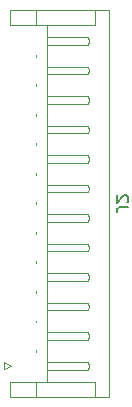
<source format=gbr>
G04 #@! TF.GenerationSoftware,KiCad,Pcbnew,5.1.4-3.fc30*
G04 #@! TF.CreationDate,2019-11-27T18:44:14-08:00*
G04 #@! TF.ProjectId,DASH,44415348-2e6b-4696-9361-645f70636258,rev?*
G04 #@! TF.SameCoordinates,Original*
G04 #@! TF.FileFunction,Legend,Bot*
G04 #@! TF.FilePolarity,Positive*
%FSLAX46Y46*%
G04 Gerber Fmt 4.6, Leading zero omitted, Abs format (unit mm)*
G04 Created by KiCad (PCBNEW 5.1.4-3.fc30) date 2019-11-27 18:44:14*
%MOMM*%
%LPD*%
G04 APERTURE LIST*
%ADD10C,0.120000*%
%ADD11C,0.150000*%
G04 APERTURE END LIST*
D10*
X163785000Y-101280000D02*
X161585000Y-101280000D01*
X161585000Y-101280000D02*
X161585000Y-102500000D01*
X161585000Y-102500000D02*
X170005000Y-102500000D01*
X170005000Y-102500000D02*
X170005000Y-69780000D01*
X170005000Y-69780000D02*
X161585000Y-69780000D01*
X161585000Y-69780000D02*
X161585000Y-71000000D01*
X161585000Y-71000000D02*
X163785000Y-71000000D01*
X168785000Y-102500000D02*
X168785000Y-101280000D01*
X168785000Y-101280000D02*
X163785000Y-101280000D01*
X163785000Y-101280000D02*
X163785000Y-102500000D01*
X168785000Y-69780000D02*
X168785000Y-71000000D01*
X168785000Y-71000000D02*
X163785000Y-71000000D01*
X163785000Y-71000000D02*
X163785000Y-69780000D01*
X164785000Y-101280000D02*
X164785000Y-71000000D01*
X164785000Y-99890000D02*
X164785000Y-100210000D01*
X164785000Y-100210000D02*
X168205000Y-100210000D01*
X168205000Y-100210000D02*
X168285000Y-99890000D01*
X168285000Y-99890000D02*
X168205000Y-99570000D01*
X168205000Y-99570000D02*
X164785000Y-99570000D01*
X164785000Y-99570000D02*
X164785000Y-99890000D01*
X163785000Y-98720000D02*
X163785000Y-98560000D01*
X164785000Y-97390000D02*
X164785000Y-97710000D01*
X164785000Y-97710000D02*
X168205000Y-97710000D01*
X168205000Y-97710000D02*
X168285000Y-97390000D01*
X168285000Y-97390000D02*
X168205000Y-97070000D01*
X168205000Y-97070000D02*
X164785000Y-97070000D01*
X164785000Y-97070000D02*
X164785000Y-97390000D01*
X163785000Y-96220000D02*
X163785000Y-96060000D01*
X164785000Y-94890000D02*
X164785000Y-95210000D01*
X164785000Y-95210000D02*
X168205000Y-95210000D01*
X168205000Y-95210000D02*
X168285000Y-94890000D01*
X168285000Y-94890000D02*
X168205000Y-94570000D01*
X168205000Y-94570000D02*
X164785000Y-94570000D01*
X164785000Y-94570000D02*
X164785000Y-94890000D01*
X163785000Y-93720000D02*
X163785000Y-93560000D01*
X164785000Y-92390000D02*
X164785000Y-92710000D01*
X164785000Y-92710000D02*
X168205000Y-92710000D01*
X168205000Y-92710000D02*
X168285000Y-92390000D01*
X168285000Y-92390000D02*
X168205000Y-92070000D01*
X168205000Y-92070000D02*
X164785000Y-92070000D01*
X164785000Y-92070000D02*
X164785000Y-92390000D01*
X163785000Y-91220000D02*
X163785000Y-91060000D01*
X164785000Y-89890000D02*
X164785000Y-90210000D01*
X164785000Y-90210000D02*
X168205000Y-90210000D01*
X168205000Y-90210000D02*
X168285000Y-89890000D01*
X168285000Y-89890000D02*
X168205000Y-89570000D01*
X168205000Y-89570000D02*
X164785000Y-89570000D01*
X164785000Y-89570000D02*
X164785000Y-89890000D01*
X163785000Y-88720000D02*
X163785000Y-88560000D01*
X164785000Y-87390000D02*
X164785000Y-87710000D01*
X164785000Y-87710000D02*
X168205000Y-87710000D01*
X168205000Y-87710000D02*
X168285000Y-87390000D01*
X168285000Y-87390000D02*
X168205000Y-87070000D01*
X168205000Y-87070000D02*
X164785000Y-87070000D01*
X164785000Y-87070000D02*
X164785000Y-87390000D01*
X163785000Y-86220000D02*
X163785000Y-86060000D01*
X164785000Y-84890000D02*
X164785000Y-85210000D01*
X164785000Y-85210000D02*
X168205000Y-85210000D01*
X168205000Y-85210000D02*
X168285000Y-84890000D01*
X168285000Y-84890000D02*
X168205000Y-84570000D01*
X168205000Y-84570000D02*
X164785000Y-84570000D01*
X164785000Y-84570000D02*
X164785000Y-84890000D01*
X163785000Y-83720000D02*
X163785000Y-83560000D01*
X164785000Y-82390000D02*
X164785000Y-82710000D01*
X164785000Y-82710000D02*
X168205000Y-82710000D01*
X168205000Y-82710000D02*
X168285000Y-82390000D01*
X168285000Y-82390000D02*
X168205000Y-82070000D01*
X168205000Y-82070000D02*
X164785000Y-82070000D01*
X164785000Y-82070000D02*
X164785000Y-82390000D01*
X163785000Y-81220000D02*
X163785000Y-81060000D01*
X164785000Y-79890000D02*
X164785000Y-80210000D01*
X164785000Y-80210000D02*
X168205000Y-80210000D01*
X168205000Y-80210000D02*
X168285000Y-79890000D01*
X168285000Y-79890000D02*
X168205000Y-79570000D01*
X168205000Y-79570000D02*
X164785000Y-79570000D01*
X164785000Y-79570000D02*
X164785000Y-79890000D01*
X163785000Y-78720000D02*
X163785000Y-78560000D01*
X164785000Y-77390000D02*
X164785000Y-77710000D01*
X164785000Y-77710000D02*
X168205000Y-77710000D01*
X168205000Y-77710000D02*
X168285000Y-77390000D01*
X168285000Y-77390000D02*
X168205000Y-77070000D01*
X168205000Y-77070000D02*
X164785000Y-77070000D01*
X164785000Y-77070000D02*
X164785000Y-77390000D01*
X163785000Y-76220000D02*
X163785000Y-76060000D01*
X164785000Y-74890000D02*
X164785000Y-75210000D01*
X164785000Y-75210000D02*
X168205000Y-75210000D01*
X168205000Y-75210000D02*
X168285000Y-74890000D01*
X168285000Y-74890000D02*
X168205000Y-74570000D01*
X168205000Y-74570000D02*
X164785000Y-74570000D01*
X164785000Y-74570000D02*
X164785000Y-74890000D01*
X163785000Y-73720000D02*
X163785000Y-73560000D01*
X164785000Y-72390000D02*
X164785000Y-72710000D01*
X164785000Y-72710000D02*
X168205000Y-72710000D01*
X168205000Y-72710000D02*
X168285000Y-72390000D01*
X168285000Y-72390000D02*
X168205000Y-72070000D01*
X168205000Y-72070000D02*
X164785000Y-72070000D01*
X164785000Y-72070000D02*
X164785000Y-72390000D01*
X161695000Y-99890000D02*
X161095000Y-100190000D01*
X161095000Y-100190000D02*
X161095000Y-99590000D01*
X161095000Y-99590000D02*
X161695000Y-99890000D01*
D11*
X171642619Y-86473333D02*
X170928333Y-86473333D01*
X170785476Y-86520952D01*
X170690238Y-86616190D01*
X170642619Y-86759047D01*
X170642619Y-86854285D01*
X171547380Y-86044761D02*
X171595000Y-85997142D01*
X171642619Y-85901904D01*
X171642619Y-85663809D01*
X171595000Y-85568571D01*
X171547380Y-85520952D01*
X171452142Y-85473333D01*
X171356904Y-85473333D01*
X171214047Y-85520952D01*
X170642619Y-86092380D01*
X170642619Y-85473333D01*
M02*

</source>
